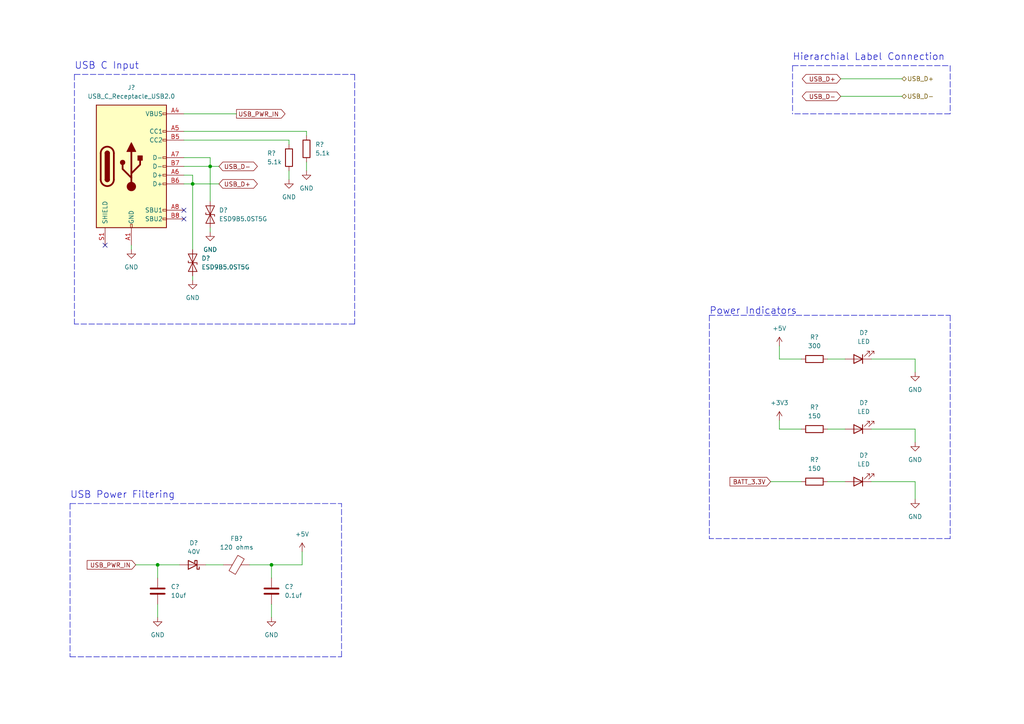
<source format=kicad_sch>
(kicad_sch (version 20211123) (generator eeschema)
  (paper "A4")
  (lib_symbols
    (symbol "Connector:USB_C_Receptacle_USB2.0" (pin_names (offset 1.016))
      (property "Reference" "J" (at -10.16 19.05 0))
      (property "Value" "USB_C_Receptacle_USB2.0" (at 19.05 19.05 0))
      (symbol "USB_C_Receptacle_USB2.0_0_0"
        (rectangle (start -0.254 -17.78) (end 0.254 -16.764))
        (rectangle (start 10.16 -14.986) (end 9.144 -15.494))
        (rectangle (start 10.16 -12.446) (end 9.144 -12.954))
        (rectangle (start 10.16 -4.826) (end 9.144 -5.334))
        (rectangle (start 10.16 -2.286) (end 9.144 -2.794))
        (rectangle (start 10.16 0.254) (end 9.144 -0.254))
        (rectangle (start 10.16 2.794) (end 9.144 2.286))
        (rectangle (start 10.16 7.874) (end 9.144 7.366))
        (rectangle (start 10.16 10.414) (end 9.144 9.906))
        (rectangle (start 10.16 15.494) (end 9.144 14.986))
      )
      (symbol "USB_C_Receptacle_USB2.0_0_1"
        (rectangle (start -10.16 17.78) (end 10.16 -17.78) (stroke (width 0.254)) (fill (type background)))
        (arc (start -8.89 -3.81) (mid -6.985 -5.715) (end -5.08 -3.81) (stroke (width 0.508)))
        (arc (start -7.62 -3.81) (mid -6.985 -4.445) (end -6.35 -3.81) (stroke (width 0.254)))
        (arc (start -7.62 -3.81) (mid -6.985 -4.445) (end -6.35 -3.81) (stroke (width 0.254)) (fill (type outline)))
        (rectangle (start -7.62 -3.81) (end -6.35 3.81) (stroke (width 0.254)) (fill (type outline)))
        (arc (start -6.35 3.81) (mid -6.985 4.445) (end -7.62 3.81) (stroke (width 0.254)))
        (arc (start -6.35 3.81) (mid -6.985 4.445) (end -7.62 3.81) (stroke (width 0.254)) (fill (type outline)))
        (arc (start -5.08 3.81) (mid -6.985 5.715) (end -8.89 3.81) (stroke (width 0.508)))
        (circle (center -2.54 1.143) (radius 0.635) (stroke (width 0.254)) (fill (type outline)))
        (circle (center 0 -5.842) (radius 1.27) (fill (type outline)))
        (polyline (pts (xy -8.89 -3.81) (xy -8.89 3.81)) (stroke (width 0.508)))
        (polyline (pts (xy -5.08 3.81) (xy -5.08 -3.81)) (stroke (width 0.508)))
        (polyline (pts (xy 0 -5.842) (xy 0 4.318)) (stroke (width 0.508)))
        (polyline (pts (xy 0 -3.302) (xy -2.54 -0.762) (xy -2.54 0.508)) (stroke (width 0.508)))
        (polyline (pts (xy 0 -2.032) (xy 2.54 0.508) (xy 2.54 1.778)) (stroke (width 0.508)))
        (polyline (pts (xy -1.27 4.318) (xy 0 6.858) (xy 1.27 4.318) (xy -1.27 4.318)) (stroke (width 0.254)) (fill (type outline)))
        (rectangle (start 1.905 1.778) (end 3.175 3.048) (stroke (width 0.254)) (fill (type outline)))
      )
      (symbol "USB_C_Receptacle_USB2.0_1_1"
        (pin passive line (at 0 -22.86 90) (length 5.08) (name "GND") (number "A1"))
        (pin passive line (at 0 -22.86 90) (length 5.08) hide (name "GND") (number "A12"))
        (pin passive line (at 15.24 15.24 180) (length 5.08) (name "VBUS") (number "A4"))
        (pin bidirectional line (at 15.24 10.16 180) (length 5.08) (name "CC1") (number "A5"))
        (pin bidirectional line (at 15.24 -2.54 180) (length 5.08) (name "D+") (number "A6"))
        (pin bidirectional line (at 15.24 2.54 180) (length 5.08) (name "D-") (number "A7"))
        (pin bidirectional line (at 15.24 -12.7 180) (length 5.08) (name "SBU1") (number "A8"))
        (pin passive line (at 15.24 15.24 180) (length 5.08) hide (name "VBUS") (number "A9"))
        (pin passive line (at 0 -22.86 90) (length 5.08) hide (name "GND") (number "B1"))
        (pin passive line (at 0 -22.86 90) (length 5.08) hide (name "GND") (number "B12"))
        (pin passive line (at 15.24 15.24 180) (length 5.08) hide (name "VBUS") (number "B4"))
        (pin bidirectional line (at 15.24 7.62 180) (length 5.08) (name "CC2") (number "B5"))
        (pin bidirectional line (at 15.24 -5.08 180) (length 5.08) (name "D+") (number "B6"))
        (pin bidirectional line (at 15.24 0 180) (length 5.08) (name "D-") (number "B7"))
        (pin bidirectional line (at 15.24 -15.24 180) (length 5.08) (name "SBU2") (number "B8"))
        (pin passive line (at 15.24 15.24 180) (length 5.08) hide (name "VBUS") (number "B9"))
        (pin passive line (at -7.62 -22.86 90) (length 5.08) (name "SHIELD") (number "S1"))
      )
    )
    (symbol "Device:C" (pin_numbers hide) (pin_names (offset 0.254))
      (property "Reference" "C" (at 0.635 2.54 0))
      (property "Value" "C" (at 0.635 -2.54 0))
      (symbol "C_0_1"
        (polyline (pts (xy -2.032 -0.762) (xy 2.032 -0.762)) (stroke (width 0.508)))
        (polyline (pts (xy -2.032 0.762) (xy 2.032 0.762)) (stroke (width 0.508)))
      )
      (symbol "C_1_1"
        (pin passive line (at 0 3.81 270) (length 2.794) (name "~") (number "1"))
        (pin passive line (at 0 -3.81 90) (length 2.794) (name "~") (number "2"))
      )
    )
    (symbol "Device:D_Schottky" (pin_numbers hide) (pin_names (offset 1.016) hide)
      (property "Reference" "D" (at 0 2.54 0))
      (property "Value" "D_Schottky" (at 0 -2.54 0))
      (symbol "D_Schottky_0_1"
        (polyline (pts (xy 1.27 0) (xy -1.27 0)))
        (polyline (pts (xy 1.27 1.27) (xy 1.27 -1.27) (xy -1.27 0) (xy 1.27 1.27)) (stroke (width 0.254)))
        (polyline (pts (xy -1.905 0.635) (xy -1.905 1.27) (xy -1.27 1.27) (xy -1.27 -1.27) (xy -0.635 -1.27) (xy -0.635 -0.635)) (stroke (width 0.254)))
      )
      (symbol "D_Schottky_1_1"
        (pin passive line (at -3.81 0 0) (length 2.54) (name "K") (number "1"))
        (pin passive line (at 3.81 0 180) (length 2.54) (name "A") (number "2"))
      )
    )
    (symbol "Device:FerriteBead" (pin_numbers hide) (pin_names (offset 0))
      (property "Reference" "FB" (at -3.81 0.635 90))
      (property "Value" "FerriteBead" (at 3.81 0 90))
      (symbol "FerriteBead_0_1"
        (polyline (pts (xy 0 -1.27) (xy 0 -1.2192)))
        (polyline (pts (xy 0 1.27) (xy 0 1.2954)))
        (polyline (pts (xy -2.7686 0.4064) (xy -1.7018 2.2606) (xy 2.7686 -0.3048) (xy 1.6764 -2.159) (xy -2.7686 0.4064)))
      )
      (symbol "FerriteBead_1_1"
        (pin passive line (at 0 3.81 270) (length 2.54) (name "~") (number "1"))
        (pin passive line (at 0 -3.81 90) (length 2.54) (name "~") (number "2"))
      )
    )
    (symbol "Device:LED" (pin_numbers hide) (pin_names (offset 1.016) hide)
      (property "Reference" "D" (at 0 2.54 0))
      (property "Value" "LED" (at 0 -2.54 0))
      (symbol "LED_0_1"
        (polyline (pts (xy -1.27 -1.27) (xy -1.27 1.27)) (stroke (width 0.254)))
        (polyline (pts (xy -1.27 0) (xy 1.27 0)))
        (polyline (pts (xy 1.27 -1.27) (xy 1.27 1.27) (xy -1.27 0) (xy 1.27 -1.27)) (stroke (width 0.254)))
        (polyline (pts (xy -3.048 -0.762) (xy -4.572 -2.286) (xy -3.81 -2.286) (xy -4.572 -2.286) (xy -4.572 -1.524)))
        (polyline (pts (xy -1.778 -0.762) (xy -3.302 -2.286) (xy -2.54 -2.286) (xy -3.302 -2.286) (xy -3.302 -1.524)))
      )
      (symbol "LED_1_1"
        (pin passive line (at -3.81 0 0) (length 2.54) (name "K") (number "1"))
        (pin passive line (at 3.81 0 180) (length 2.54) (name "A") (number "2"))
      )
    )
    (symbol "Device:R" (pin_numbers hide) (pin_names (offset 0))
      (property "Reference" "R" (at 2.032 0 90))
      (property "Value" "R" (at 0 0 90))
      (symbol "R_0_1"
        (rectangle (start -1.016 -2.54) (end 1.016 2.54) (stroke (width 0.254)))
      )
      (symbol "R_1_1"
        (pin passive line (at 0 3.81 270) (length 1.27) (name "~") (number "1"))
        (pin passive line (at 0 -3.81 90) (length 1.27) (name "~") (number "2"))
      )
    )
    (symbol "Diode:ESD9B5.0ST5G" (pin_numbers hide) (pin_names (offset 1.016) hide)
      (property "Reference" "D" (at 0 2.54 0))
      (property "Value" "ESD9B5.0ST5G" (at 0 -2.54 0))
      (symbol "ESD9B5.0ST5G_0_1"
        (polyline (pts (xy 1.27 0) (xy -1.27 0)))
        (polyline (pts (xy -2.54 -1.27) (xy 0 0) (xy -2.54 1.27) (xy -2.54 -1.27)) (stroke (width 0.2032)))
        (polyline (pts (xy 0.508 1.27) (xy 0 1.27) (xy 0 -1.27) (xy -0.508 -1.27)) (stroke (width 0.2032)))
        (polyline (pts (xy 2.54 1.27) (xy 2.54 -1.27) (xy 0 0) (xy 2.54 1.27)) (stroke (width 0.2032)))
      )
      (symbol "ESD9B5.0ST5G_1_1"
        (pin passive line (at -3.81 0 0) (length 2.54) (name "A1") (number "1"))
        (pin passive line (at 3.81 0 180) (length 2.54) (name "A2") (number "2"))
      )
    )
    (symbol "power:+3.3V" (power) (pin_names (offset 0))
      (property "Value" "+3.3V" (at 0 3.556 0))
      (symbol "+3.3V_0_1"
        (polyline (pts (xy -0.762 1.27) (xy 0 2.54)))
        (polyline (pts (xy 0 0) (xy 0 2.54)))
        (polyline (pts (xy 0 2.54) (xy 0.762 1.27)))
      )
      (symbol "+3.3V_1_1"
        (pin power_in line (at 0 0 90) (length 0) hide (name "+3V3") (number "1"))
      )
    )
    (symbol "power:+5V" (power) (pin_names (offset 0))
      (property "Value" "+5V" (at 0 3.556 0))
      (symbol "+5V_0_1"
        (polyline (pts (xy -0.762 1.27) (xy 0 2.54)))
        (polyline (pts (xy 0 0) (xy 0 2.54)))
        (polyline (pts (xy 0 2.54) (xy 0.762 1.27)))
      )
      (symbol "+5V_1_1"
        (pin power_in line (at 0 0 90) (length 0) hide (name "+5V") (number "1"))
      )
    )
    (symbol "power:GND" (power) (pin_names (offset 0))
      (property "Value" "GND" (at 0 -3.81 0))
      (symbol "GND_0_1"
        (polyline (pts (xy 0 0) (xy 0 -1.27) (xy 1.27 -1.27) (xy 0 -2.54) (xy -1.27 -1.27) (xy 0 -1.27)))
      )
      (symbol "GND_1_1"
        (pin power_in line (at 0 0 270) (length 0) hide (name "GND") (number "1"))
      )
    )
  )
  (junction (at 78.74 163.83))
  (junction (at 55.88 53.34))
  (junction (at 60.96 48.26))
  (junction (at 45.72 163.83))
  (no_connect (at 53.34 60.96))
  (no_connect (at 53.34 63.5))
  (no_connect (at 30.48 71.12))
  (wire (pts (xy 232.41 124.46) (xy 226.06 124.46)))
  (wire (pts (xy 78.74 163.83) (xy 78.74 167.64)))
  (wire (pts (xy 55.88 50.8) (xy 55.88 53.34)))
  (wire (pts (xy 265.43 104.14) (xy 265.43 107.95)))
  (wire (pts (xy 59.69 163.83) (xy 64.77 163.83)))
  (wire (pts (xy 265.43 124.46) (xy 265.43 128.27)))
  (wire (pts (xy 83.82 40.64) (xy 83.82 41.91)))
  (wire (pts (xy 55.88 80.01) (xy 55.88 81.28)))
  (wire (pts (xy 252.73 124.46) (xy 265.43 124.46)))
  (wire (pts (xy 83.82 49.53) (xy 83.82 52.07)))
  (wire (pts (xy 223.52 139.7) (xy 232.41 139.7)))
  (wire (pts (xy 53.34 40.64) (xy 83.82 40.64)))
  (polyline (pts (xy 275.59 91.44) (xy 275.59 156.21)))
  (wire (pts (xy 55.88 53.34) (xy 55.88 72.39)))
  (polyline (pts (xy 20.32 146.05) (xy 99.06 146.05)))
  (polyline (pts (xy 229.87 19.05) (xy 229.87 33.02)))
  (wire (pts (xy 243.84 27.94) (xy 261.62 27.94)))
  (wire (pts (xy 45.72 175.26) (xy 45.72 179.07)))
  (wire (pts (xy 265.43 139.7) (xy 265.43 144.78)))
  (wire (pts (xy 60.96 48.26) (xy 60.96 58.42)))
  (wire (pts (xy 252.73 139.7) (xy 265.43 139.7)))
  (wire (pts (xy 53.34 33.02) (xy 68.58 33.02)))
  (wire (pts (xy 226.06 124.46) (xy 226.06 121.92)))
  (wire (pts (xy 53.34 53.34) (xy 55.88 53.34)))
  (polyline (pts (xy 102.87 93.98) (xy 21.59 93.98)))
  (polyline (pts (xy 99.06 190.5) (xy 99.06 146.05)))
  (wire (pts (xy 45.72 163.83) (xy 45.72 167.64)))
  (wire (pts (xy 72.39 163.83) (xy 78.74 163.83)))
  (wire (pts (xy 240.03 124.46) (xy 245.11 124.46)))
  (polyline (pts (xy 275.59 33.02) (xy 229.87 33.02)))
  (wire (pts (xy 240.03 104.14) (xy 245.11 104.14)))
  (wire (pts (xy 243.84 22.86) (xy 261.62 22.86)))
  (wire (pts (xy 53.34 50.8) (xy 55.88 50.8)))
  (wire (pts (xy 226.06 100.33) (xy 226.06 104.14)))
  (polyline (pts (xy 102.87 21.59) (xy 102.87 93.98)))
  (wire (pts (xy 88.9 38.1) (xy 88.9 39.37)))
  (polyline (pts (xy 275.59 156.21) (xy 205.74 156.21)))
  (wire (pts (xy 226.06 104.14) (xy 232.41 104.14)))
  (wire (pts (xy 87.63 163.83) (xy 78.74 163.83)))
  (wire (pts (xy 87.63 160.02) (xy 87.63 163.83)))
  (wire (pts (xy 60.96 48.26) (xy 63.5 48.26)))
  (polyline (pts (xy 20.32 146.05) (xy 20.32 190.5)))
  (polyline (pts (xy 21.59 21.59) (xy 102.87 21.59)))
  (wire (pts (xy 88.9 46.99) (xy 88.9 49.53)))
  (wire (pts (xy 240.03 139.7) (xy 245.11 139.7)))
  (wire (pts (xy 55.88 53.34) (xy 63.5 53.34)))
  (wire (pts (xy 78.74 175.26) (xy 78.74 179.07)))
  (polyline (pts (xy 21.59 21.59) (xy 21.59 93.98)))
  (polyline (pts (xy 229.87 19.05) (xy 275.59 19.05)))
  (polyline (pts (xy 205.74 91.44) (xy 275.59 91.44)))
  (wire (pts (xy 60.96 45.72) (xy 60.96 48.26)))
  (polyline (pts (xy 275.59 19.05) (xy 275.59 33.02)))
  (wire (pts (xy 252.73 104.14) (xy 265.43 104.14)))
  (wire (pts (xy 39.37 163.83) (xy 45.72 163.83)))
  (wire (pts (xy 60.96 66.04) (xy 60.96 67.31)))
  (wire (pts (xy 53.34 48.26) (xy 60.96 48.26)))
  (wire (pts (xy 53.34 45.72) (xy 60.96 45.72)))
  (wire (pts (xy 38.1 71.12) (xy 38.1 72.39)))
  (wire (pts (xy 45.72 163.83) (xy 52.07 163.83)))
  (polyline (pts (xy 205.74 91.44) (xy 205.74 156.21)))
  (polyline (pts (xy 20.32 190.5) (xy 99.06 190.5)))
  (wire (pts (xy 53.34 38.1) (xy 88.9 38.1)))
  (text "Hierarchial Label Connection" (at 229.87 17.78 0) (effects (font (size 2 2)) (justify left bottom)))
  (text "Power Indicators" (at 205.74 91.44 0) (effects (font (size 2 2)) (justify left bottom)))
  (text "USB Power Filtering" (at 20.32 144.78 0) (effects (font (size 2 2)) (justify left bottom)))
  (text "USB C Input" (at 21.59 20.32 0) (effects (font (size 2 2)) (justify left bottom)))
  (global_label "USB_D+" (shape bidirectional) (at 243.84 22.86 180) (property "Intersheet References" "${INTERSHEET_REFS}" (effects hide)))
  (global_label "USB_PWR_IN" (shape output) (at 68.58 33.02 0) (property "Intersheet References" "${INTERSHEET_REFS}" (effects hide)))
  (global_label "USB_PWR_IN" (shape input) (at 39.37 163.83 180) (property "Intersheet References" "${INTERSHEET_REFS}" (effects hide)))
  (global_label "USB_D-" (shape bidirectional) (at 243.84 27.94 180) (property "Intersheet References" "${INTERSHEET_REFS}" (effects hide)))
  (global_label "USB_D+" (shape bidirectional) (at 63.5 53.34 0) (property "Intersheet References" "${INTERSHEET_REFS}" (effects hide)))
  (global_label "BATT_3.3V" (shape input) (at 223.52 139.7 180) (property "Intersheet References" "${INTERSHEET_REFS}" (effects hide)))
  (global_label "USB_D-" (shape bidirectional) (at 63.5 48.26 0) (property "Intersheet References" "${INTERSHEET_REFS}" (effects hide)))
  (hierarchical_label "USB_D+" (shape bidirectional) (at 261.62 22.86 0))
  (hierarchical_label "USB_D-" (shape bidirectional) (at 261.62 27.94 0))
  (symbol (lib_id "Device:R") (at 83.82 45.72 0) (unit 1)
    (property "Reference" "R?" (at 77.47 44.45 0) (effects (justify left)))
    (property "Value" "5.1k" (at 77.47 46.99 0) (effects (justify left)))
  )
  (symbol (lib_id "power:+5V") (at 226.06 100.33 0) (unit 1)
    (property "Reference" "#PWR?" (effects hide))
    (property "Value" "+5V" (at 226.06 95.25 0))
  )
  (symbol (lib_id "Connector:USB_C_Receptacle_USB2.0") (at 38.1 48.26 0) (unit 1)
    (property "Reference" "J?" (at 38.1 25.4 0))
    (property "Value" "USB_C_Receptacle_USB2.0" (at 38.1 27.94 0))
    (property "Datasheet" "https://www.usb.org/sites/default/files/documents/usb_type-c.zip" (effects hide))
  )
  (symbol (lib_id "power:+5V") (at 87.63 160.02 0) (unit 1)
    (property "Reference" "#PWR?" (effects hide))
    (property "Value" "+5V" (at 87.63 154.94 0))
  )
  (symbol (lib_id "power:GND") (at 83.82 52.07 0) (unit 1)
    (property "Reference" "#PWR?" (effects hide))
    (property "Value" "GND" (at 83.82 57.15 0))
  )
  (symbol (lib_id "Device:C") (at 45.72 171.45 0) (unit 1)
    (property "Reference" "C?" (at 49.53 170.1799 0) (effects (justify left)))
    (property "Value" "10uf" (at 49.53 172.7199 0) (effects (justify left)))
  )
  (symbol (lib_id "Device:R") (at 88.9 43.18 0) (unit 1)
    (property "Reference" "R?" (at 91.44 41.9099 0) (effects (justify left)))
    (property "Value" "5.1k" (at 91.44 44.4499 0) (effects (justify left)))
  )
  (symbol (lib_id "power:+3.3V") (at 226.06 121.92 0) (unit 1)
    (property "Reference" "#PWR?" (effects hide))
    (property "Value" "+3.3V" (at 226.06 116.84 0))
  )
  (symbol (lib_id "power:GND") (at 38.1 72.39 0) (unit 1)
    (property "Reference" "#PWR?" (effects hide))
    (property "Value" "GND" (at 38.1 77.47 0))
  )
  (symbol (lib_id "Device:LED") (at 248.92 139.7 180) (unit 1)
    (property "Reference" "D?" (at 250.5075 132.08 0))
    (property "Value" "LED" (at 250.5075 134.62 0))
  )
  (symbol (lib_id "power:GND") (at 55.88 81.28 0) (unit 1)
    (property "Reference" "#PWR?" (effects hide))
    (property "Value" "GND" (at 55.88 86.36 0))
  )
  (symbol (lib_id "power:GND") (at 88.9 49.53 0) (unit 1)
    (property "Reference" "#PWR?" (effects hide))
    (property "Value" "GND" (at 88.9 54.61 0))
  )
  (symbol (lib_id "Diode:ESD9B5.0ST5G") (at 55.88 76.2 270) (unit 1)
    (property "Reference" "D?" (at 58.42 74.9299 90) (effects (justify left)))
    (property "Value" "ESD9B5.0ST5G" (at 58.42 77.4699 90) (effects (justify left)))
    (property "Footprint" "Diode_SMD:D_SOD-923" (effects hide))
    (property "Datasheet" "https://www.onsemi.com/pub/Collateral/ESD9B-D.PDF" (effects hide))
  )
  (symbol (lib_id "Device:C") (at 78.74 171.45 0) (unit 1)
    (property "Reference" "C?" (at 82.55 170.1799 0) (effects (justify left)))
    (property "Value" "0.1uf" (at 82.55 172.7199 0) (effects (justify left)))
  )
  (symbol (lib_id "Device:LED") (at 248.92 124.46 180) (unit 1)
    (property "Reference" "D?" (at 250.5075 116.84 0))
    (property "Value" "LED" (at 250.5075 119.38 0))
  )
  (symbol (lib_id "Device:FerriteBead") (at 68.58 163.83 270) (unit 1)
    (property "Reference" "FB?" (at 68.6308 156.21 90))
    (property "Value" "120 ohms" (at 68.6308 158.75 90))
  )
  (symbol (lib_id "Device:R") (at 236.22 104.14 90) (unit 1)
    (property "Reference" "R?" (at 236.22 97.79 90))
    (property "Value" "300" (at 236.22 100.33 90))
  )
  (symbol (lib_id "Device:R") (at 236.22 124.46 90) (unit 1)
    (property "Reference" "R?" (at 236.22 118.11 90))
    (property "Value" "150" (at 236.22 120.65 90))
  )
  (symbol (lib_id "power:GND") (at 265.43 144.78 0) (unit 1)
    (property "Reference" "#PWR?" (effects hide))
    (property "Value" "GND" (at 265.43 149.86 0))
  )
  (symbol (lib_id "power:GND") (at 45.72 179.07 0) (unit 1)
    (property "Reference" "#PWR?" (effects hide))
    (property "Value" "GND" (at 45.72 184.15 0))
  )
  (symbol (lib_id "Device:R") (at 236.22 139.7 90) (unit 1)
    (property "Reference" "R?" (at 236.22 133.35 90))
    (property "Value" "150" (at 236.22 135.89 90))
  )
  (symbol (lib_id "Device:D_Schottky") (at 55.88 163.83 180) (unit 1)
    (property "Reference" "D?" (at 56.1975 157.48 0))
    (property "Value" "40V" (at 56.1975 160.02 0))
  )
  (symbol (lib_id "Device:LED") (at 248.92 104.14 180) (unit 1)
    (property "Reference" "D?" (at 250.5075 96.52 0))
    (property "Value" "LED" (at 250.5075 99.06 0))
  )
  (symbol (lib_id "power:GND") (at 60.96 67.31 0) (unit 1)
    (property "Reference" "#PWR?" (effects hide))
    (property "Value" "GND" (at 60.96 72.39 0))
  )
  (symbol (lib_id "power:GND") (at 265.43 107.95 0) (unit 1)
    (property "Reference" "#PWR?" (effects hide))
    (property "Value" "GND" (at 265.43 113.03 0))
  )
  (symbol (lib_id "Diode:ESD9B5.0ST5G") (at 60.96 62.23 270) (unit 1)
    (property "Reference" "D?" (at 63.5 60.9599 90) (effects (justify left)))
    (property "Value" "ESD9B5.0ST5G" (at 63.5 63.4999 90) (effects (justify left)))
    (property "Footprint" "Diode_SMD:D_SOD-923" (effects hide))
    (property "Datasheet" "https://www.onsemi.com/pub/Collateral/ESD9B-D.PDF" (effects hide))
  )
  (symbol (lib_id "power:GND") (at 78.74 179.07 0) (unit 1)
    (property "Reference" "#PWR?" (effects hide))
    (property "Value" "GND" (at 78.74 184.15 0))
  )
  (symbol (lib_id "power:GND") (at 265.43 128.27 0) (unit 1)
    (property "Reference" "#PWR?" (effects hide))
    (property "Value" "GND" (at 265.43 133.35 0))
  )
)
</source>
